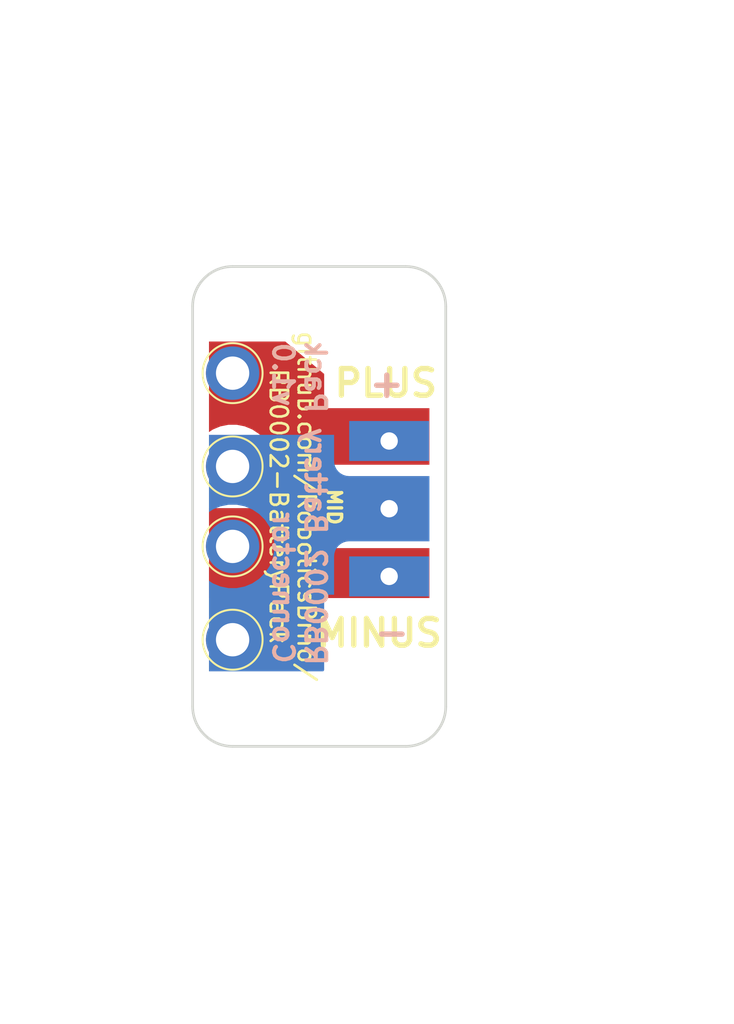
<source format=kicad_pcb>
(kicad_pcb (version 20240108) (generator "pcbnew") (generator_version "8.0")
  (title_block (title "Connector"))
  (layers (0 "F.Cu" signal) (31 "B.Cu" signal) (34 "B.Paste" user) (35 "F.Paste" user) (36 "B.SilkS" user "B.Silkscreen") (37 "F.SilkS" user "F.Silkscreen") (38 "B.Mask" user) (39 "F.Mask" user) (44 "Edge.Cuts" user))
  (net 0 "")
  (net 1 "/OUT+")
  (net 2 "/MID")
  (net 3 "/OUT-")
  (footprint "batteryPack:2mm_Banana-Vertical" (layer "F.Cu") (at 138.5 101.5)
    (property "Reference" "J3" (hide yes))
    (property "Value" "B1-")
    (fp_circle (center 0 0) (end 2.25 0) (stroke (width 0.15)) (fill none) (layer "F.SilkS"))
    (pad "1" thru_hole circle (at 0 0) (size 4 4) (drill 2.5) (layers "*.Cu" "*.Mask") (net 2 "/MID"))
  )
  (footprint "batteryPack:2mm_Banana-Vertical" (layer "F.Cu") (at 138.5 114.5)
    (property "Reference" "J5" (hide yes))
    (property "Value" "B2+")
    (fp_circle (center 0 0) (end 2.25 0) (stroke (width 0.15)) (fill none) (layer "F.SilkS"))
    (pad "1" thru_hole circle (at 0 0) (size 4 4) (drill 2.5) (layers "*.Cu" "*.Mask") (net 2 "/MID"))
  )
  (footprint "MountingHole:MountingHole_3.2mm_M3" (layer "F.Cu") (at 147.5 90.5)
    (property "Reference" "H1" (hide yes))
    (property "Value" "MountingHole")
    (pad "" np_thru_hole circle (at 0 0) (size 3.2 3.2) (drill 3.2) (layers "*.Cu" "*.Mask"))
  )
  (footprint "MountingHole:MountingHole_3.2mm_M3" (layer "F.Cu") (at 147.5 118.5)
    (property "Reference" "H2" (hide yes))
    (property "Value" "MountingHole")
    (pad "" np_thru_hole circle (at 0 0) (size 3.2 3.2) (drill 3.2) (layers "*.Cu" "*.Mask"))
  )
  (footprint "batteryPack:Terminal_1x03_P5.08mm_Horizontal" (layer "F.Cu") (at 150.25 109.75 90)
    (property "Reference" "J6" (hide yes))
    (property "Value" "CableConnector")
    (pad "1" thru_hole rect (at 0 0 90) (size 3 6) (drill 1.3) (layers "*.Cu" "*.Mask") (net 3 "/OUT-"))
    (pad "2" thru_hole rect (at 5.08 0 90) (size 3 6) (drill 1.3) (layers "*.Cu" "*.Mask") (net 2 "/MID"))
    (pad "3" thru_hole rect (at 10.16 0 90) (size 3 6) (drill 1.3) (layers "*.Cu" "*.Mask") (net 1 "/OUT+"))
  )
  (footprint "batteryPack:2mm_Banana-Vertical" (layer "F.Cu") (at 138.5 107.5)
    (property "Reference" "J4" (hide yes))
    (property "Value" "B2-")
    (fp_circle (center 0 0) (end 2.25 0) (stroke (width 0.15)) (fill none) (layer "F.SilkS"))
    (pad "1" thru_hole circle (at 0 0) (size 4 4) (drill 2.5) (layers "*.Cu" "*.Mask") (net 3 "/OUT-"))
  )
  (footprint "batteryPack:2mm_Banana-Vertical" (layer "F.Cu") (at 138.5 94.5)
    (property "Reference" "J2" (hide yes))
    (property "Value" "B1+")
    (fp_circle (center 0 0) (end 2.25 0) (stroke (width 0.15)) (fill none) (layer "F.SilkS"))
    (pad "1" thru_hole circle (at 0 0) (size 4 4) (drill 2.5) (layers "*.Cu" "*.Mask") (net 1 "/OUT+"))
  )
  (gr_line (start 154.5 89.5) (end 154.5 119.5) (stroke (width 0.2)) (layer "Edge.Cuts"))
  (gr_line (start 135.5 119.5) (end 135.5 89.5) (stroke (width 0.2)) (layer "Edge.Cuts"))
  (gr_line (start 138.5 86.5) (end 151.5 86.5) (stroke (width 0.2)) (layer "Edge.Cuts"))
  (gr_line (start 151.5 122.5) (end 138.5 122.5) (stroke (width 0.2)) (layer "Edge.Cuts"))
  (gr_arc (start 154.5 119.5) (mid 153.62132 121.62132) (end 151.5 122.5) (stroke (width 0.2)) (layer "Edge.Cuts"))
  (gr_arc (start 138.5 122.5) (mid 136.37868 121.62132) (end 135.5 119.5) (stroke (width 0.2)) (layer "Edge.Cuts"))
  (gr_arc (start 135.5 89.5) (mid 136.37868 87.37868) (end 138.5 86.5) (stroke (width 0.2)) (layer "Edge.Cuts"))
  (gr_arc (start 151.5 86.5) (mid 153.62132 87.37868) (end 154.5 89.5) (stroke (width 0.2)) (layer "Edge.Cuts"))
  (gr_text "RB0002 Battery Pack\nConnector       v1.0" (at 143.5 104.25 270) (layer "B.SilkS") (effects (font (size 1.5 1.5) (thickness 0.3)) (justify mirror)))
  (gr_text "+" (at 150.074 95.266 0) (layer "B.SilkS") (effects (font (size 2 2) (thickness 0.4)) (justify mirror)))
  (gr_text "-" (at 150.455 113.935 0) (layer "B.SilkS") (effects (font (size 2 2) (thickness 0.4)) (justify mirror)))
  (gr_text "MINUS" (at 149.5 114 0) (layer "F.SilkS") (effects (font (size 2 2) (thickness 0.4))))
  (gr_text "github.com/RoboticsBrno/\nRB0002-BatteryPack" (at 143 104.5 270) (layer "F.SilkS") (effects (font (size 1.3 1.3) (thickness 0.2))))
  (gr_text "MID" (at 146.137 104.537 270) (layer "F.SilkS") (effects (font (size 1 1) (thickness 0.25))))
  (gr_text "PLUS" (at 150 95.25 0) (layer "F.SilkS") (effects (font (size 2 2) (thickness 0.4))))
  (zone (net 3) (net_name "/OUT-") (layer "F.Cu") (priority 3) (connect_pads yes (clearance 1)) (min_thickness 0.254) (fill yes (thermal_gap 0.508) (thermal_bridge_width 1))
    (polygon (pts (xy 154.5 107.5) (xy 146 107.5) (xy 146 104.5) (xy 135.5 104.5) (xy 135.5 111.5) (xy 154.5 111.5)))
  )
  (zone (net 1) (net_name "/OUT+") (layer "F.Cu") (priority 3) (connect_pads yes (clearance 1)) (min_thickness 0.254) (fill yes (thermal_gap 0.508) (thermal_bridge_width 1))
    (polygon (pts (xy 135.5 92) (xy 142.5 92) (xy 145.5 94.5) (xy 145.5 97) (xy 154.5 97) (xy 154.5 101.5) (xy 135.5 101.5)))
  )
  (zone (net 2) (net_name "/MID") (layer "B.Cu") (priority 3) (connect_pads yes (clearance 1)) (min_thickness 0.254) (fill yes (thermal_gap 0.508) (thermal_bridge_width 1) (smoothing fillet))
    (polygon (pts (xy 135.5 99) (xy 154.5 99) (xy 154.5 111.25) (xy 145.5 111.25) (xy 145.5 117) (xy 135.5 117)))
  )
)
</source>
